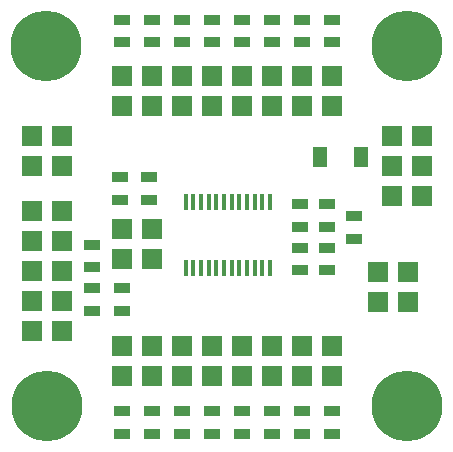
<source format=gbr>
G04 #@! TF.FileFunction,Soldermask,Bot*
%FSLAX46Y46*%
G04 Gerber Fmt 4.6, Leading zero omitted, Abs format (unit mm)*
G04 Created by KiCad (PCBNEW 0.201412081631+5316~19~ubuntu14.04.1-product) date St 10. prosinec 2014, 16:51:25 CET*
%MOMM*%
G01*
G04 APERTURE LIST*
%ADD10C,0.100000*%
%ADD11R,1.651000X1.651000*%
%ADD12R,1.397000X0.889000*%
%ADD13R,0.419100X1.470660*%
%ADD14C,6.000000*%
%ADD15R,1.300480X1.699260*%
G04 APERTURE END LIST*
D10*
D11*
X36830000Y12700000D03*
X36830000Y15240000D03*
X36830000Y17780000D03*
X34290000Y17780000D03*
X34290000Y15240000D03*
X34290000Y12700000D03*
D12*
X8890000Y4889500D03*
X8890000Y2984500D03*
X11303000Y12382500D03*
X11303000Y14287500D03*
X8890000Y6667500D03*
X8890000Y8572500D03*
X13716000Y12382500D03*
X13716000Y14287500D03*
X29210000Y27622500D03*
X29210000Y25717500D03*
X11430000Y-7429500D03*
X11430000Y-5524500D03*
X26670000Y27622500D03*
X26670000Y25717500D03*
X21590000Y-7429500D03*
X21590000Y-5524500D03*
X24130000Y27622500D03*
X24130000Y25717500D03*
X16510000Y-7429500D03*
X16510000Y-5524500D03*
X21590000Y27622500D03*
X21590000Y25717500D03*
X19050000Y-7429500D03*
X19050000Y-5524500D03*
X19050000Y27622500D03*
X19050000Y25717500D03*
X13970000Y-7429500D03*
X13970000Y-5524500D03*
X13970000Y27622500D03*
X13970000Y25717500D03*
X16510000Y27622500D03*
X16510000Y25717500D03*
X24130000Y-7429500D03*
X24130000Y-5524500D03*
X11430000Y27622500D03*
X11430000Y25717500D03*
X26670000Y-7429500D03*
X26670000Y-5524500D03*
X29210000Y-7493000D03*
X29210000Y-5524500D03*
D13*
X20756880Y12197080D03*
X21407120Y12197080D03*
X22057360Y12197080D03*
X22707600Y12197080D03*
X18816320Y6604000D03*
X18806160Y12197080D03*
X19456400Y12197080D03*
X20106640Y12197080D03*
X23357840Y6598920D03*
X22707600Y6598920D03*
X22057360Y6598920D03*
X21407120Y6598920D03*
X20756880Y6598920D03*
X20106640Y6598920D03*
X23357840Y12197080D03*
X19456400Y6604000D03*
X18155920Y12197080D03*
X24008080Y12197080D03*
X24008080Y6598920D03*
X18155920Y6598920D03*
X17508220Y12197080D03*
X17508220Y6598920D03*
X16857980Y12197080D03*
X16857980Y6598920D03*
D11*
X11430000Y7366000D03*
X11430000Y9906000D03*
D12*
X31115000Y10985500D03*
X31115000Y9080500D03*
X11430000Y2984500D03*
X11430000Y4889500D03*
D14*
X5080000Y-5080000D03*
X35560000Y25400000D03*
X5050000Y25400000D03*
X35560000Y-5080000D03*
D11*
X3810000Y17780000D03*
X3810000Y15240000D03*
X6350000Y15240000D03*
X6350000Y17780000D03*
X3810000Y3810000D03*
X6350000Y11430000D03*
X6350000Y6350000D03*
X3810000Y11430000D03*
X6350000Y1270000D03*
X6350000Y3810000D03*
X6350000Y8890000D03*
X3810000Y1270000D03*
X3810000Y8890000D03*
X3810000Y6350000D03*
X13970000Y9906000D03*
X13970000Y7366000D03*
X13970000Y22860000D03*
X11430000Y22860000D03*
X29210000Y20320000D03*
X26670000Y20320000D03*
X16510000Y22860000D03*
X24130000Y20320000D03*
X21590000Y22860000D03*
X29210000Y22860000D03*
X21590000Y20320000D03*
X16510000Y20320000D03*
X24130000Y22860000D03*
X11430000Y20320000D03*
X13970000Y20320000D03*
X19050000Y20320000D03*
X26670000Y22860000D03*
X19050000Y22860000D03*
X26670000Y-2540000D03*
X29210000Y-2540000D03*
X11430000Y0D03*
X13970000Y0D03*
X24130000Y-2540000D03*
X16510000Y0D03*
X19050000Y-2540000D03*
X11430000Y-2540000D03*
X19050000Y0D03*
X24130000Y0D03*
X16510000Y-2540000D03*
X29210000Y0D03*
X26670000Y0D03*
X21590000Y0D03*
X13970000Y-2540000D03*
X21590000Y-2540000D03*
X33147000Y6223000D03*
X35687000Y6223000D03*
X35687000Y3683000D03*
X33147000Y3683000D03*
D12*
X28829000Y8318500D03*
X28829000Y6413500D03*
X26543000Y8318500D03*
X26543000Y6413500D03*
X26543000Y10096500D03*
X26543000Y12001500D03*
X28829000Y10096500D03*
X28829000Y12001500D03*
D15*
X28221940Y16002000D03*
X31722060Y16002000D03*
M02*

</source>
